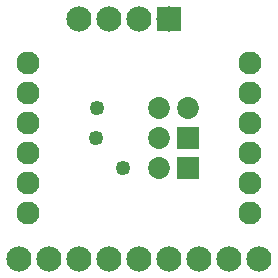
<source format=gbs>
G04 MADE WITH FRITZING*
G04 WWW.FRITZING.ORG*
G04 DOUBLE SIDED*
G04 HOLES PLATED*
G04 CONTOUR ON CENTER OF CONTOUR VECTOR*
%ASAXBY*%
%FSLAX23Y23*%
%MOIN*%
%OFA0B0*%
%SFA1.0B1.0*%
%ADD10C,0.072992*%
%ADD11C,0.049370*%
%ADD12C,0.084000*%
%ADD13C,0.076929*%
%ADD14R,0.072992X0.072992*%
%ADD15R,0.084000X0.084000*%
%ADD16C,0.025748*%
%LNMASK0*%
G90*
G70*
G54D10*
X628Y566D03*
X529Y566D03*
X628Y463D03*
X529Y463D03*
X628Y365D03*
X529Y365D03*
G54D11*
X409Y365D03*
X321Y465D03*
X323Y566D03*
G54D12*
X564Y862D03*
X464Y862D03*
X364Y862D03*
X264Y862D03*
X64Y62D03*
X164Y62D03*
X264Y62D03*
X364Y62D03*
X464Y62D03*
X564Y62D03*
X664Y62D03*
X764Y62D03*
X864Y62D03*
G54D13*
X834Y714D03*
X834Y614D03*
X834Y514D03*
X834Y414D03*
X834Y314D03*
X834Y214D03*
X94Y714D03*
X94Y614D03*
X94Y514D03*
X94Y414D03*
X94Y314D03*
X94Y214D03*
G54D14*
X628Y463D03*
X628Y365D03*
G54D15*
X564Y862D03*
G54D16*
G36*
X604Y589D02*
X651Y589D01*
X651Y542D01*
X604Y542D01*
X604Y589D01*
G37*
D02*
G04 End of Mask0*
M02*
</source>
